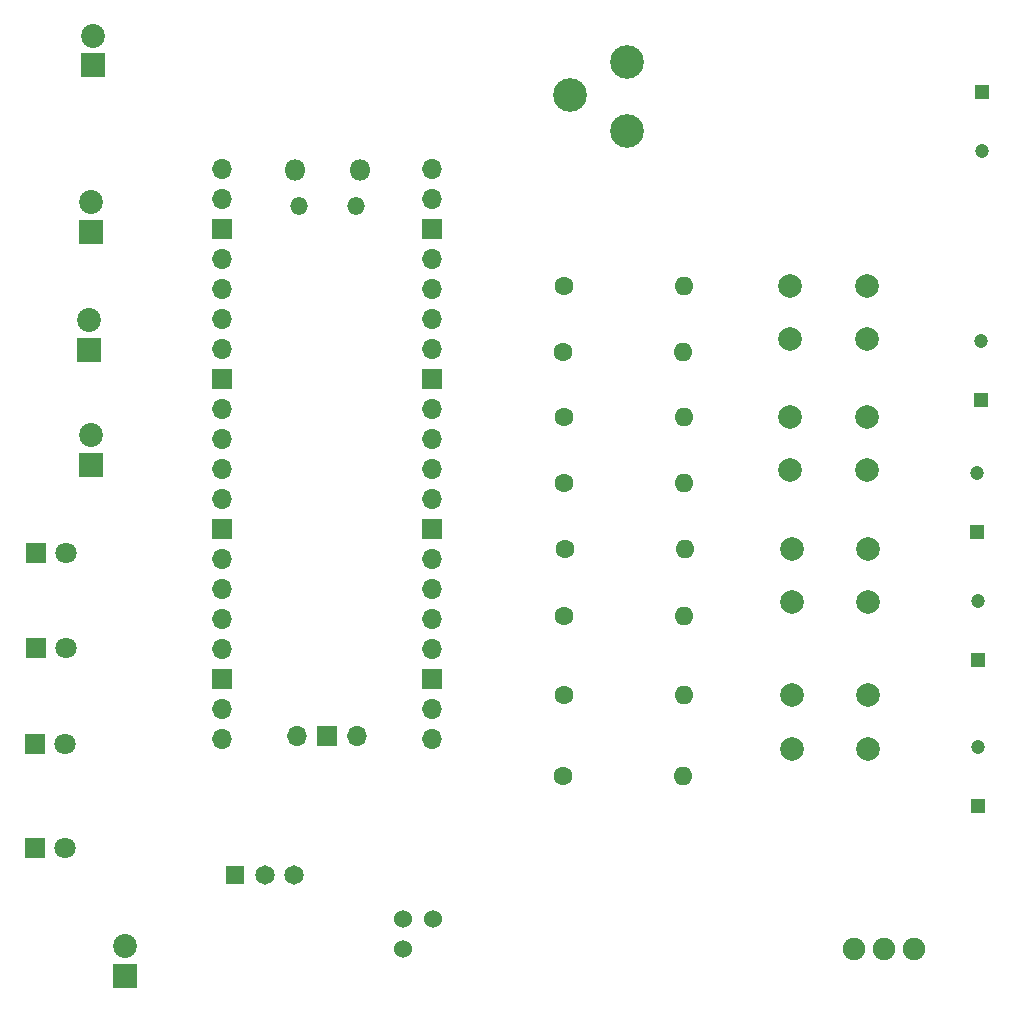
<source format=gbr>
G04 #@! TF.GenerationSoftware,KiCad,Pcbnew,7.0.7*
G04 #@! TF.CreationDate,2023-10-31T18:35:25+09:00*
G04 #@! TF.ProjectId,PCB_PracticeBoard,5043425f-5072-4616-9374-696365426f61,rev?*
G04 #@! TF.SameCoordinates,Original*
G04 #@! TF.FileFunction,Soldermask,Bot*
G04 #@! TF.FilePolarity,Negative*
%FSLAX46Y46*%
G04 Gerber Fmt 4.6, Leading zero omitted, Abs format (unit mm)*
G04 Created by KiCad (PCBNEW 7.0.7) date 2023-10-31 18:35:25*
%MOMM*%
%LPD*%
G01*
G04 APERTURE LIST*
%ADD10C,2.000000*%
%ADD11R,1.800000X1.800000*%
%ADD12C,1.800000*%
%ADD13R,1.200000X1.200000*%
%ADD14C,1.200000*%
%ADD15R,2.025000X2.025000*%
%ADD16C,2.025000*%
%ADD17O,1.800000X1.800000*%
%ADD18O,1.500000X1.500000*%
%ADD19O,1.700000X1.700000*%
%ADD20R,1.700000X1.700000*%
%ADD21C,1.600000*%
%ADD22O,1.600000X1.600000*%
%ADD23C,1.905000*%
%ADD24R,1.650000X1.650000*%
%ADD25C,1.650000*%
%ADD26C,2.850000*%
%ADD27C,1.524000*%
G04 APERTURE END LIST*
D10*
X115900000Y-93300000D03*
X122400000Y-93300000D03*
X115900000Y-97800000D03*
X122400000Y-97800000D03*
X116000000Y-116900000D03*
X122500000Y-116900000D03*
X116000000Y-121400000D03*
X122500000Y-121400000D03*
X116000000Y-104500000D03*
X122500000Y-104500000D03*
X116000000Y-109000000D03*
X122500000Y-109000000D03*
D11*
X51925000Y-129800000D03*
D12*
X54465000Y-129800000D03*
D13*
X132100000Y-65800000D03*
D14*
X132100000Y-70800000D03*
D15*
X56550000Y-87650000D03*
D16*
X56550000Y-85150000D03*
D17*
X73985000Y-72430000D03*
D18*
X74285000Y-75460000D03*
X79135000Y-75460000D03*
D17*
X79435000Y-72430000D03*
D19*
X67820000Y-72300000D03*
X67820000Y-74840000D03*
D20*
X67820000Y-77380000D03*
D19*
X67820000Y-79920000D03*
X67820000Y-82460000D03*
X67820000Y-85000000D03*
X67820000Y-87540000D03*
D20*
X67820000Y-90080000D03*
D19*
X67820000Y-92620000D03*
X67820000Y-95160000D03*
X67820000Y-97700000D03*
X67820000Y-100240000D03*
D20*
X67820000Y-102780000D03*
D19*
X67820000Y-105320000D03*
X67820000Y-107860000D03*
X67820000Y-110400000D03*
X67820000Y-112940000D03*
D20*
X67820000Y-115480000D03*
D19*
X67820000Y-118020000D03*
X67820000Y-120560000D03*
X85600000Y-120560000D03*
X85600000Y-118020000D03*
D20*
X85600000Y-115480000D03*
D19*
X85600000Y-112940000D03*
X85600000Y-110400000D03*
X85600000Y-107860000D03*
X85600000Y-105320000D03*
D20*
X85600000Y-102780000D03*
D19*
X85600000Y-100240000D03*
X85600000Y-97700000D03*
X85600000Y-95160000D03*
X85600000Y-92620000D03*
D20*
X85600000Y-90080000D03*
D19*
X85600000Y-87540000D03*
X85600000Y-85000000D03*
X85600000Y-82460000D03*
X85600000Y-79920000D03*
D20*
X85600000Y-77380000D03*
D19*
X85600000Y-74840000D03*
X85600000Y-72300000D03*
X74170000Y-120330000D03*
D20*
X76710000Y-120330000D03*
D19*
X79250000Y-120330000D03*
D21*
X96640000Y-87800000D03*
D22*
X106800000Y-87800000D03*
D11*
X52000000Y-112900000D03*
D12*
X54540000Y-112900000D03*
D21*
X96720000Y-110200000D03*
D22*
X106880000Y-110200000D03*
D13*
X131800000Y-113900000D03*
D14*
X131800000Y-108900000D03*
D21*
X96740000Y-82200000D03*
D22*
X106900000Y-82200000D03*
D21*
X96720000Y-98900000D03*
D22*
X106880000Y-98900000D03*
D23*
X121300000Y-138400000D03*
X123840000Y-138400000D03*
X126380000Y-138400000D03*
D21*
X96640000Y-123700000D03*
D22*
X106800000Y-123700000D03*
D24*
X68900000Y-132100000D03*
D25*
X71400000Y-132100000D03*
X73900000Y-132100000D03*
D26*
X102062500Y-69087500D03*
X102062500Y-63287500D03*
X97262500Y-66087500D03*
D11*
X51925000Y-121000000D03*
D12*
X54465000Y-121000000D03*
D13*
X132000000Y-91900000D03*
D14*
X132000000Y-86900000D03*
D13*
X131800000Y-126300000D03*
D14*
X131800000Y-121300000D03*
D11*
X52025000Y-104800000D03*
D12*
X54565000Y-104800000D03*
D21*
X96840000Y-104500000D03*
D22*
X107000000Y-104500000D03*
D21*
X96740000Y-116900000D03*
D22*
X106900000Y-116900000D03*
D27*
X85640000Y-135800000D03*
X83100000Y-135800000D03*
X83100000Y-138340000D03*
D15*
X56650000Y-77650000D03*
D16*
X56650000Y-75150000D03*
D13*
X131700000Y-103100000D03*
D14*
X131700000Y-98100000D03*
D15*
X59550000Y-140650000D03*
D16*
X59550000Y-138150000D03*
D21*
X96720000Y-93300000D03*
D22*
X106880000Y-93300000D03*
D15*
X56650000Y-97350000D03*
D16*
X56650000Y-94850000D03*
D10*
X115900000Y-82200000D03*
X122400000Y-82200000D03*
X115900000Y-86700000D03*
X122400000Y-86700000D03*
D15*
X56850000Y-63550000D03*
D16*
X56850000Y-61050000D03*
M02*

</source>
